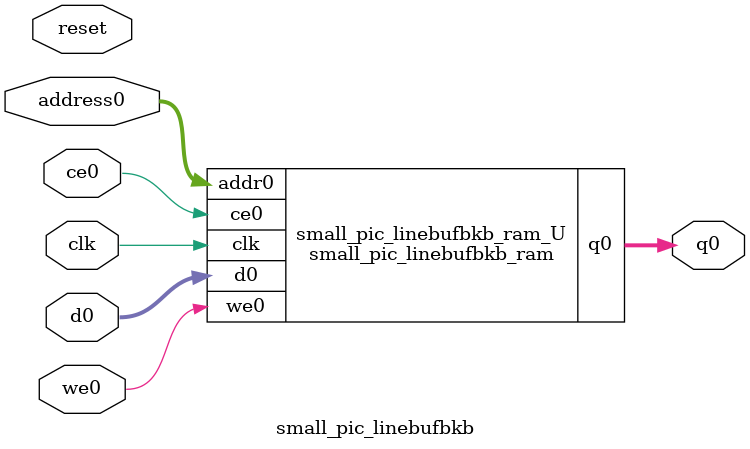
<source format=v>
`timescale 1 ns / 1 ps
module small_pic_linebufbkb_ram (addr0, ce0, d0, we0, q0,  clk);

parameter DWIDTH = 8;
parameter AWIDTH = 10;
parameter MEM_SIZE = 784;

input[AWIDTH-1:0] addr0;
input ce0;
input[DWIDTH-1:0] d0;
input we0;
output reg[DWIDTH-1:0] q0;
input clk;

(* ram_style = "block" *)reg [DWIDTH-1:0] ram[0:MEM_SIZE-1];




always @(posedge clk)  
begin 
    if (ce0) 
    begin
        if (we0) 
        begin 
            ram[addr0] <= d0; 
        end 
        q0 <= ram[addr0];
    end
end


endmodule

`timescale 1 ns / 1 ps
module small_pic_linebufbkb(
    reset,
    clk,
    address0,
    ce0,
    we0,
    d0,
    q0);

parameter DataWidth = 32'd8;
parameter AddressRange = 32'd784;
parameter AddressWidth = 32'd10;
input reset;
input clk;
input[AddressWidth - 1:0] address0;
input ce0;
input we0;
input[DataWidth - 1:0] d0;
output[DataWidth - 1:0] q0;



small_pic_linebufbkb_ram small_pic_linebufbkb_ram_U(
    .clk( clk ),
    .addr0( address0 ),
    .ce0( ce0 ),
    .we0( we0 ),
    .d0( d0 ),
    .q0( q0 ));

endmodule


</source>
